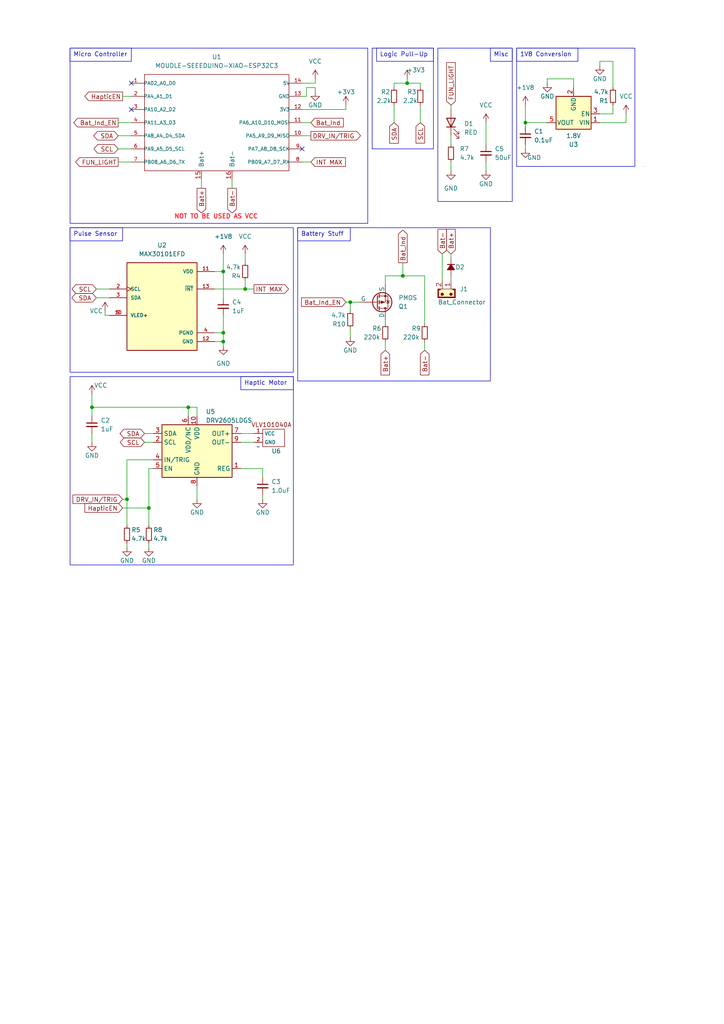
<source format=kicad_sch>
(kicad_sch (version 20230121) (generator eeschema)
  (paper "A4" portrait)
  (title_block (title "Bonsai Wearable Prototype") (date "2023-10-23") (rev "1") (company "Bonsai"))
  (lib_symbols
    (symbol "Custom_Symbols_Bonsai:VLV101040A"
      (property "Reference" "U6" (at 3.81 -1.27 0))
      (property "Value" "~" (at 0 0 0))
      (symbol "VLV101040A_0_1"
        (rectangle (start 1.27 5.08) (end 7.62 0))
      )
      (symbol "VLV101040A_1_0"
        (pin input line (at -1.27 3.81 0) (length 2.54) (name "VCC") (number "1"))
        (pin input line (at -1.27 1.27 0) (length 2.54) (name "GND") (number "2"))
      )
      (symbol "VLV101040A_1_1"
        (text "VLV101040A" (at 3.81 6.35 0) (effects (font (size 1.27 1.27))))
      )
    )
    (symbol "Device:C_Small" (pin_numbers hide) (pin_names (offset 0.254) hide)
      (property "Reference" "C" (at 0.254 1.778 0))
      (property "Value" "C_Small" (at 0.254 -2.032 0))
      (symbol "C_Small_0_1"
        (polyline (pts (xy -1.524 -0.508) (xy 1.524 -0.508)) (stroke (width 0.3302)))
        (polyline (pts (xy -1.524 0.508) (xy 1.524 0.508)) (stroke (width 0.3048)))
      )
      (symbol "C_Small_1_1"
        (pin passive line (at 0 2.54 270) (length 2.032) (name "~") (number "1"))
        (pin passive line (at 0 -2.54 90) (length 2.032) (name "~") (number "2"))
      )
    )
    (symbol "Device:D_Small_Filled" (pin_numbers hide) (pin_names (offset 0.254) hide)
      (property "Reference" "D2" (at 0 1.27 90))
      (symbol "D_Small_Filled_0_1"
        (polyline (pts (xy -0.762 -1.016) (xy -0.762 1.016)) (stroke (width 0.254)))
        (polyline (pts (xy -0.762 0) (xy 0.762 0)))
        (polyline (pts (xy 0.762 -1.016) (xy -0.762 0) (xy 0.762 1.016) (xy 0.762 -1.016)) (stroke (width 0.254)) (fill (type outline)))
      )
      (symbol "D_Small_Filled_1_1"
        (pin power_out line (at -2.54 0 0) (length 1.778) (name "K") (number "1"))
        (pin power_in line (at 2.54 0 180) (length 1.778) (name "A") (number "2"))
      )
    )
    (symbol "Device:LED" (pin_numbers hide) (pin_names (offset 1.016) hide)
      (property "Reference" "D" (at 0 2.54 0))
      (property "Value" "LED" (at 0 -2.54 0))
      (symbol "LED_0_1"
        (polyline (pts (xy -1.27 -1.27) (xy -1.27 1.27)) (stroke (width 0.254)))
        (polyline (pts (xy -1.27 0) (xy 1.27 0)))
        (polyline (pts (xy 1.27 -1.27) (xy 1.27 1.27) (xy -1.27 0) (xy 1.27 -1.27)) (stroke (width 0.254)))
        (polyline (pts (xy -3.048 -0.762) (xy -4.572 -2.286) (xy -3.81 -2.286) (xy -4.572 -2.286) (xy -4.572 -1.524)))
        (polyline (pts (xy -1.778 -0.762) (xy -3.302 -2.286) (xy -2.54 -2.286) (xy -3.302 -2.286) (xy -3.302 -1.524)))
      )
      (symbol "LED_1_1"
        (pin passive line (at -3.81 0 0) (length 2.54) (name "K") (number "1"))
        (pin passive line (at 3.81 0 180) (length 2.54) (name "A") (number "2"))
      )
    )
    (symbol "Device:R_Small" (pin_numbers hide) (pin_names (offset 0.254) hide)
      (property "Reference" "R" (at 0.762 0.508 0))
      (property "Value" "R_Small" (at 0.762 -1.016 0))
      (symbol "R_Small_0_1"
        (rectangle (start -0.762 1.778) (end 0.762 -1.778) (stroke (width 0.2032)))
      )
      (symbol "R_Small_1_1"
        (pin passive line (at 0 2.54 270) (length 0.762) (name "~") (number "1"))
        (pin passive line (at 0 -2.54 90) (length 0.762) (name "~") (number "2"))
      )
    )
    (symbol "Driver_Haptic:DRV2605LDGS"
      (property "Reference" "U" (at -10.16 8.255 0))
      (property "Value" "DRV2605LDGS" (at 2.54 -8.89 0))
      (symbol "DRV2605LDGS_0_1"
        (rectangle (start -10.16 7.62) (end 10.16 -7.62) (stroke (width 0.254)) (fill (type background)))
      )
      (symbol "DRV2605LDGS_1_1"
        (pin passive line (at 12.7 -5.08 180) (length 2.54) (name "REG") (number "1"))
        (pin power_in line (at 0 10.16 270) (length 2.54) (name "VDD") (number "10"))
        (pin input line (at -12.7 2.54 0) (length 2.54) (name "SCL") (number "2"))
        (pin bidirectional line (at -12.7 5.08 0) (length 2.54) (name "SDA") (number "3"))
        (pin input line (at -12.7 -2.54 0) (length 2.54) (name "IN/TRIG") (number "4"))
        (pin input line (at -12.7 -5.08 0) (length 2.54) (name "EN") (number "5"))
        (pin power_in line (at -2.54 10.16 270) (length 2.54) (name "VDD/NC") (number "6"))
        (pin output line (at 12.7 5.08 180) (length 2.54) (name "OUT+") (number "7"))
        (pin power_in line (at 0 -10.16 90) (length 2.54) (name "GND") (number "8"))
        (pin output line (at 12.7 2.54 180) (length 2.54) (name "OUT-") (number "9"))
      )
    )
    (symbol "MAX30101EFD:MAX30101EFD" (pin_names (offset 1.016))
      (property "Reference" "U2" (at 0 17.78 0))
      (property "Value" "MAX30101EFD" (at 0 15.24 0))
      (symbol "MAX30101EFD_0_0"
        (rectangle (start -10.16 -12.7) (end 10.16 12.7) (stroke (width 0.254)) (fill (type background)))
        (pin passive line (at -15.24 -2.54 0) (length 5.08) (name "VLED+") (number "10"))
        (pin power_in line (at 15.24 10.16 180) (length 5.08) (name "VDD") (number "11"))
        (pin power_in line (at 15.24 -10.16 180) (length 5.08) (name "GND") (number "12"))
        (pin output line (at 15.24 5.08 180) (length 5.08) (name "~{INT}") (number "13"))
        (pin input clock (at -15.24 5.08 0) (length 5.08) (name "SCL") (number "2"))
        (pin bidirectional line (at -15.24 2.54 0) (length 5.08) (name "SDA") (number "3"))
        (pin power_in line (at 15.24 -7.62 180) (length 5.08) (name "PGND") (number "4"))
        (pin passive line (at -15.24 -2.54 0) (length 5.08) (name "VLED+") (number "9"))
      )
    )
    (symbol "MOUDLE-SEEEDUINO-XIAO-ESP32C3:MOUDLE-SEEEDUINO-XIAO-ESP32C3" (pin_names (offset 1.016))
      (property "Reference" "U1" (at -0.635 19.05 0))
      (property "Value" "MOUDLE-SEEEDUINO-XIAO-ESP32C3" (at -0.635 16.51 0))
      (symbol "MOUDLE-SEEEDUINO-XIAO-ESP32C3_0_0"
        (polyline (pts (xy -21.59 -13.97) (xy -21.59 0)) (stroke (width 0.1524)))
        (polyline (pts (xy -21.59 -11.43) (xy -22.86 -11.43)) (stroke (width 0.1524)))
        (polyline (pts (xy -21.59 -7.62) (xy -22.86 -7.62)) (stroke (width 0.1524)))
        (polyline (pts (xy -21.59 -3.81) (xy -22.86 -3.81)) (stroke (width 0.1524)))
        (polyline (pts (xy -21.59 0) (xy -22.86 0)) (stroke (width 0.1524)))
        (polyline (pts (xy -21.59 0) (xy -21.59 3.81)) (stroke (width 0.1524)))
        (polyline (pts (xy -21.59 3.81) (xy -22.86 3.81)) (stroke (width 0.1524)))
        (polyline (pts (xy -21.59 3.81) (xy -21.59 7.62)) (stroke (width 0.1524)))
        (polyline (pts (xy -21.59 7.62) (xy -22.86 7.62)) (stroke (width 0.1524)))
        (polyline (pts (xy -21.59 7.62) (xy -21.59 11.43)) (stroke (width 0.1524)))
        (polyline (pts (xy -21.59 11.43) (xy -22.86 11.43)) (stroke (width 0.1524)))
        (polyline (pts (xy -21.59 11.43) (xy -21.59 13.97)) (stroke (width 0.1524)))
        (polyline (pts (xy -21.59 13.97) (xy 20.32 13.97)) (stroke (width 0.1524)))
        (polyline (pts (xy 20.32 -13.97) (xy -21.59 -13.97)) (stroke (width 0.1524)))
        (polyline (pts (xy 20.32 3.81) (xy 20.32 -13.97)) (stroke (width 0.1524)))
        (polyline (pts (xy 20.32 7.62) (xy 20.32 3.81)) (stroke (width 0.1524)))
        (polyline (pts (xy 20.32 11.43) (xy 20.32 7.62)) (stroke (width 0.1524)))
        (polyline (pts (xy 20.32 13.97) (xy 20.32 11.43)) (stroke (width 0.1524)))
        (polyline (pts (xy 21.59 -11.43) (xy 20.32 -11.43)) (stroke (width 0.1524)))
        (polyline (pts (xy 21.59 -7.62) (xy 20.32 -7.62)) (stroke (width 0.1524)))
        (polyline (pts (xy 21.59 -3.81) (xy 20.32 -3.81)) (stroke (width 0.1524)))
        (polyline (pts (xy 21.59 0) (xy 20.32 0)) (stroke (width 0.1524)))
        (polyline (pts (xy 21.59 3.81) (xy 20.32 3.81)) (stroke (width 0.1524)))
        (polyline (pts (xy 21.59 7.62) (xy 20.32 7.62)) (stroke (width 0.1524)))
        (polyline (pts (xy 21.59 11.43) (xy 20.32 11.43)) (stroke (width 0.1524)))
        (pin bidirectional line (at -25.4 11.43 0) (length 2.54) (name "PA02_A0_D0") (number "1"))
        (pin bidirectional line (at 24.13 -3.81 180) (length 2.54) (name "PA5_A9_D9_MISO") (number "10"))
        (pin bidirectional line (at 24.13 0 180) (length 2.54) (name "PA6_A10_D10_MOSI") (number "11"))
        (pin bidirectional line (at 24.13 11.43 180) (length 2.54) (name "5V") (number "14"))
        (pin bidirectional line (at -25.4 7.62 0) (length 2.54) (name "PA4_A1_D1") (number "2"))
        (pin bidirectional line (at -25.4 3.81 0) (length 2.54) (name "PA10_A2_D2") (number "3"))
        (pin bidirectional line (at -25.4 0 0) (length 2.54) (name "PA11_A3_D3") (number "4"))
        (pin bidirectional line (at -25.4 -3.81 0) (length 2.54) (name "PA8_A4_D4_SDA") (number "5"))
        (pin bidirectional line (at -25.4 -7.62 0) (length 2.54) (name "PA9_A5_D5_SCL") (number "6"))
        (pin bidirectional line (at -25.4 -11.43 0) (length 2.54) (name "PB08_A6_D6_TX") (number "7"))
        (pin bidirectional line (at 24.13 -11.43 180) (length 2.54) (name "PB09_A7_D7_RX") (number "8"))
        (pin bidirectional line (at 24.13 -7.62 180) (length 2.54) (name "PA7_A8_D8_SCK") (number "9"))
      )
      (symbol "MOUDLE-SEEEDUINO-XIAO-ESP32C3_1_0"
        (pin output line (at 24.13 3.81 180) (length 2.54) (name "3V3") (number "12"))
        (pin power_in line (at 24.13 7.62 180) (length 2.54) (name "GND") (number "13"))
      )
      (symbol "MOUDLE-SEEEDUINO-XIAO-ESP32C3_1_1"
        (pin power_in line (at -5.08 -16.51 90) (length 2.54) (name "Bat+") (number "15"))
        (pin power_in line (at 3.81 -16.51 90) (length 2.54) (name "Bat-") (number "16"))
      )
    )
    (symbol "PCM_SL_Connectors:JST_02"
      (property "Reference" "J1" (at -1.27 3.81 90))
      (property "Value" "Bat_Connector" (at 2.54 -2.54 90))
      (symbol "JST_02_0_1"
        (rectangle (start -1.27 2.54) (end 1.27 -2.54) (fill (type background)))
        (polyline (pts (xy -1.27 -1.778) (xy -1.27 -2.54) (xy 1.27 -2.54) (xy 1.27 -1.778) (xy 1.016 -1.778) (xy 1.016 -2.286) (xy -1.016 -2.286) (xy -1.016 -1.778) (xy -1.27 -1.778)) (fill (type outline)))
        (polyline (pts (xy 1.27 1.778) (xy 1.27 2.54) (xy -1.27 2.54) (xy -1.27 1.778) (xy -1.016 1.778) (xy -1.016 2.286) (xy 1.016 2.286) (xy 1.016 1.778) (xy 1.27 1.778)) (fill (type outline)))
        (circle (center 0.254 -1.27) (radius 0.381) (fill (type outline)))
        (circle (center 0.254 1.27) (radius 0.381) (fill (type outline)))
        (rectangle (start 1.016 1.778) (end 1.27 -1.778) (fill (type outline)))
      )
      (symbol "JST_02_1_1"
        (pin power_out line (at -3.81 1.27 0) (length 2.54) (name "") (number "1"))
        (pin power_out line (at -3.81 -1.27 0) (length 2.54) (name "") (number "2"))
      )
    )
    (symbol "Regulator_Linear:AP2204K-1.8" (pin_names (offset 0.254))
      (property "Reference" "U" (at -5.08 5.715 0))
      (property "Value" "AP2204K-1.8" (at 0 5.715 0))
      (symbol "AP2204K-1.8_0_1"
        (rectangle (start -5.08 4.445) (end 5.08 -5.08) (stroke (width 0.254)) (fill (type background)))
      )
      (symbol "AP2204K-1.8_1_1"
        (pin power_in line (at -7.62 2.54 0) (length 2.54) (name "VIN") (number "1"))
        (pin power_in line (at 0 -7.62 90) (length 2.54) (name "GND") (number "2"))
        (pin input line (at -7.62 0 0) (length 2.54) (name "EN") (number "3"))
        (pin no_connect line (at 5.08 0 180) (length 2.54) hide (name "NC") (number "4"))
        (pin power_out line (at 7.62 2.54 180) (length 2.54) (name "VOUT") (number "5"))
      )
    )
    (symbol "Simulation_SPICE:PMOS" (pin_numbers hide) (pin_names (offset 0))
      (property "Reference" "Q" (at 5.08 1.27 0))
      (property "Value" "PMOS" (at 5.08 -1.27 0))
      (symbol "PMOS_0_1"
        (polyline (pts (xy 0.254 0) (xy -2.54 0)))
        (polyline (pts (xy 0.254 1.905) (xy 0.254 -1.905)) (stroke (width 0.254)))
        (polyline (pts (xy 0.762 -1.27) (xy 0.762 -2.286)) (stroke (width 0.254)))
        (polyline (pts (xy 0.762 0.508) (xy 0.762 -0.508)) (stroke (width 0.254)))
        (polyline (pts (xy 0.762 2.286) (xy 0.762 1.27)) (stroke (width 0.254)))
        (polyline (pts (xy 2.54 2.54) (xy 2.54 1.778)))
        (polyline (pts (xy 2.54 -2.54) (xy 2.54 0) (xy 0.762 0)))
        (polyline (pts (xy 0.762 1.778) (xy 3.302 1.778) (xy 3.302 -1.778) (xy 0.762 -1.778)))
        (polyline (pts (xy 2.286 0) (xy 1.27 0.381) (xy 1.27 -0.381) (xy 2.286 0)) (fill (type outline)))
        (polyline (pts (xy 2.794 -0.508) (xy 2.921 -0.381) (xy 3.683 -0.381) (xy 3.81 -0.254)))
        (polyline (pts (xy 3.302 -0.381) (xy 2.921 0.254) (xy 3.683 0.254) (xy 3.302 -0.381)))
        (circle (center 1.651 0) (radius 2.794) (stroke (width 0.254)))
        (circle (center 2.54 -1.778) (radius 0.254) (fill (type outline)))
        (circle (center 2.54 1.778) (radius 0.254) (fill (type outline)))
      )
      (symbol "PMOS_1_1"
        (pin passive line (at 2.54 5.08 270) (length 2.54) (name "D") (number "1"))
        (pin input line (at -5.08 0 0) (length 2.54) (name "G") (number "2"))
        (pin passive line (at 2.54 -5.08 90) (length 2.54) (name "S") (number "3"))
      )
    )
    (symbol "power:+1V8" (power) (pin_names (offset 0))
      (property "Value" "+1V8" (at 0 3.556 0))
      (symbol "+1V8_0_1"
        (polyline (pts (xy -0.762 1.27) (xy 0 2.54)))
        (polyline (pts (xy 0 0) (xy 0 2.54)))
        (polyline (pts (xy 0 2.54) (xy 0.762 1.27)))
      )
      (symbol "+1V8_1_1"
        (pin power_in line (at 0 0 90) (length 0) hide (name "+1V8") (number "1"))
      )
    )
    (symbol "power:+3V3" (power) (pin_names (offset 0))
      (property "Value" "+3V3" (at 0 3.556 0))
      (symbol "+3V3_0_1"
        (polyline (pts (xy -0.762 1.27) (xy 0 2.54)))
        (polyline (pts (xy 0 0) (xy 0 2.54)))
        (polyline (pts (xy 0 2.54) (xy 0.762 1.27)))
      )
      (symbol "+3V3_1_1"
        (pin power_in line (at 0 0 90) (length 0) hide (name "+3V3") (number "1"))
      )
    )
    (symbol "power:GND" (power) (pin_names (offset 0))
      (property "Value" "GND" (at 0 -3.81 0))
      (symbol "GND_0_1"
        (polyline (pts (xy 0 0) (xy 0 -1.27) (xy 1.27 -1.27) (xy 0 -2.54) (xy -1.27 -1.27) (xy 0 -1.27)))
      )
      (symbol "GND_1_1"
        (pin power_in line (at 0 0 270) (length 0) hide (name "GND") (number "1"))
      )
    )
    (symbol "power:VCC" (power) (pin_names (offset 0))
      (property "Value" "VCC" (at 0 3.81 0))
      (symbol "VCC_0_1"
        (polyline (pts (xy -0.762 1.27) (xy 0 2.54)))
        (polyline (pts (xy 0 0) (xy 0 2.54)))
        (polyline (pts (xy 0 2.54) (xy 0.762 1.27)))
      )
      (symbol "VCC_1_1"
        (pin power_in line (at 0 0 90) (length 0) hide (name "VCC") (number "1"))
      )
    )
  )
  (junction (at 101.6 87.63))
  (junction (at 116.84 80.01))
  (junction (at 26.67 118.11))
  (junction (at 64.77 99.06))
  (junction (at 118.11 24.13))
  (junction (at 71.12 83.82))
  (junction (at 152.4 35.56))
  (junction (at 54.61 118.11))
  (junction (at 36.83 144.78))
  (junction (at 64.77 78.74))
  (junction (at 64.77 96.52))
  (junction (at 43.18 147.32))
  (no_connect (at 87.63 43.18))
  (no_connect (at 38.1 31.75))
  (no_connect (at 38.1 24.13))
  (wire (pts (xy 71.12 73.66) (xy 71.12 76.2)))
  (wire (pts (xy 101.6 95.25) (xy 101.6 97.79)))
  (wire (pts (xy 41.91 125.73) (xy 44.45 125.73)))
  (wire (pts (xy 101.6 87.63) (xy 104.14 87.63)))
  (wire (pts (xy 118.11 24.13) (xy 121.92 24.13)))
  (wire (pts (xy 121.92 25.4) (xy 121.92 24.13)))
  (wire (pts (xy 118.11 22.86) (xy 118.11 24.13)))
  (wire (pts (xy 87.63 39.37) (xy 90.17 39.37)))
  (wire (pts (xy 88.9 27.94) (xy 87.63 27.94)))
  (wire (pts (xy 114.3 24.13) (xy 118.11 24.13)))
  (wire (pts (xy 130.81 80.01) (xy 130.81 81.28)))
  (wire (pts (xy 27.94 86.36) (xy 31.75 86.36)))
  (wire (pts (xy 123.19 80.01) (xy 123.19 93.98)))
  (wire (pts (xy 62.23 78.74) (xy 64.77 78.74)))
  (wire (pts (xy 36.83 157.48) (xy 36.83 158.75)))
  (wire (pts (xy 36.83 133.35) (xy 36.83 144.78)))
  (wire (pts (xy 41.91 128.27) (xy 44.45 128.27)))
  (wire (pts (xy 64.77 78.74) (xy 64.77 86.36)))
  (wire (pts (xy 100.33 87.63) (xy 101.6 87.63)))
  (wire (pts (xy 34.29 35.56) (xy 38.1 35.56)))
  (wire (pts (xy 57.15 140.97) (xy 57.15 144.78)))
  (wire (pts (xy 173.99 33.02) (xy 177.8 33.02)))
  (wire (pts (xy 76.2 135.89) (xy 69.85 135.89)))
  (wire (pts (xy 177.8 17.78) (xy 173.99 17.78)))
  (wire (pts (xy 76.2 138.43) (xy 76.2 135.89)))
  (wire (pts (xy 87.63 46.99) (xy 90.17 46.99)))
  (wire (pts (xy 114.3 24.13) (xy 114.3 25.4)))
  (wire (pts (xy 64.77 78.74) (xy 64.77 73.66)))
  (wire (pts (xy 130.81 73.66) (xy 130.81 74.93)))
  (wire (pts (xy 36.83 133.35) (xy 44.45 133.35)))
  (wire (pts (xy 27.94 83.82) (xy 31.75 83.82)))
  (wire (pts (xy 54.61 118.11) (xy 54.61 120.65)))
  (wire (pts (xy 123.19 99.06) (xy 123.19 101.6)))
  (wire (pts (xy 62.23 96.52) (xy 64.77 96.52)))
  (wire (pts (xy 54.61 118.11) (xy 57.15 118.11)))
  (wire (pts (xy 69.85 125.73) (xy 73.66 125.73)))
  (wire (pts (xy 111.76 92.71) (xy 111.76 93.98)))
  (wire (pts (xy 43.18 147.32) (xy 43.18 152.4)))
  (wire (pts (xy 173.99 35.56) (xy 181.61 35.56)))
  (wire (pts (xy 158.75 22.86) (xy 158.75 24.13)))
  (wire (pts (xy 91.44 25.4) (xy 91.44 26.67)))
  (wire (pts (xy 152.4 36.83) (xy 152.4 35.56)))
  (wire (pts (xy 128.27 73.66) (xy 128.27 81.28)))
  (wire (pts (xy 130.81 39.37) (xy 130.81 41.91)))
  (wire (pts (xy 166.37 22.86) (xy 166.37 25.4)))
  (wire (pts (xy 34.29 43.18) (xy 38.1 43.18)))
  (wire (pts (xy 30.48 90.17) (xy 30.48 91.44)))
  (wire (pts (xy 34.29 39.37) (xy 38.1 39.37)))
  (wire (pts (xy 35.56 144.78) (xy 36.83 144.78)))
  (wire (pts (xy 62.23 83.82) (xy 71.12 83.82)))
  (wire (pts (xy 30.48 91.44) (xy 31.75 91.44)))
  (wire (pts (xy 91.44 25.4) (xy 88.9 25.4)))
  (wire (pts (xy 91.44 24.13) (xy 91.44 22.86)))
  (wire (pts (xy 71.12 81.28) (xy 71.12 83.82)))
  (wire (pts (xy 152.4 35.56) (xy 158.75 35.56)))
  (wire (pts (xy 114.3 30.48) (xy 114.3 35.56)))
  (wire (pts (xy 87.63 24.13) (xy 91.44 24.13)))
  (wire (pts (xy 140.97 46.99) (xy 140.97 49.53)))
  (wire (pts (xy 64.77 96.52) (xy 64.77 99.06)))
  (wire (pts (xy 100.33 31.75) (xy 100.33 30.48)))
  (wire (pts (xy 76.2 143.51) (xy 76.2 144.78)))
  (wire (pts (xy 158.75 22.86) (xy 166.37 22.86)))
  (wire (pts (xy 173.99 17.78) (xy 173.99 19.05)))
  (wire (pts (xy 64.77 99.06) (xy 64.77 100.33)))
  (wire (pts (xy 34.29 46.99) (xy 38.1 46.99)))
  (wire (pts (xy 152.4 41.91) (xy 152.4 43.18)))
  (wire (pts (xy 123.19 80.01) (xy 116.84 80.01)))
  (wire (pts (xy 57.15 118.11) (xy 57.15 120.65)))
  (wire (pts (xy 177.8 33.02) (xy 177.8 30.48)))
  (wire (pts (xy 43.18 147.32) (xy 35.56 147.32)))
  (wire (pts (xy 140.97 35.56) (xy 140.97 41.91)))
  (wire (pts (xy 43.18 135.89) (xy 43.18 147.32)))
  (wire (pts (xy 87.63 35.56) (xy 90.17 35.56)))
  (wire (pts (xy 43.18 157.48) (xy 43.18 158.75)))
  (wire (pts (xy 101.6 87.63) (xy 101.6 90.17)))
  (wire (pts (xy 26.67 118.11) (xy 54.61 118.11)))
  (wire (pts (xy 111.76 80.01) (xy 111.76 82.55)))
  (wire (pts (xy 111.76 99.06) (xy 111.76 101.6)))
  (wire (pts (xy 130.81 46.99) (xy 130.81 49.53)))
  (wire (pts (xy 36.83 144.78) (xy 36.83 152.4)))
  (wire (pts (xy 130.81 30.48) (xy 130.81 31.75)))
  (wire (pts (xy 152.4 35.56) (xy 152.4 30.48)))
  (wire (pts (xy 116.84 80.01) (xy 116.84 76.2)))
  (wire (pts (xy 121.92 30.48) (xy 121.92 35.56)))
  (wire (pts (xy 69.85 128.27) (xy 73.66 128.27)))
  (wire (pts (xy 87.63 31.75) (xy 100.33 31.75)))
  (wire (pts (xy 58.42 52.07) (xy 58.42 54.61)))
  (wire (pts (xy 26.67 125.73) (xy 26.67 128.27)))
  (wire (pts (xy 62.23 99.06) (xy 64.77 99.06)))
  (wire (pts (xy 111.76 80.01) (xy 116.84 80.01)))
  (wire (pts (xy 35.56 27.94) (xy 38.1 27.94)))
  (wire (pts (xy 26.67 118.11) (xy 26.67 120.65)))
  (wire (pts (xy 26.67 114.3) (xy 26.67 118.11)))
  (wire (pts (xy 43.18 135.89) (xy 44.45 135.89)))
  (wire (pts (xy 88.9 25.4) (xy 88.9 27.94)))
  (wire (pts (xy 64.77 91.44) (xy 64.77 96.52)))
  (wire (pts (xy 181.61 33.02) (xy 181.61 35.56)))
  (wire (pts (xy 177.8 17.78) (xy 177.8 25.4)))
  (wire (pts (xy 71.12 83.82) (xy 73.66 83.82)))
  (wire (pts (xy 67.31 52.07) (xy 67.31 54.61)))
  (rectangle (start 127 13.97) (end 148.59 58.42))
  (rectangle (start 20.32 109.22) (end 85.09 163.83))
  (rectangle (start 20.32 66.04) (end 85.09 107.95))
  (rectangle (start 86.36 66.04) (end 142.24 110.49))
  (rectangle (start 20.32 13.97) (end 106.68 64.77))
  (rectangle (start 149.86 13.97) (end 184.15 48.26))
  (rectangle (start 107.95 13.97) (end 125.73 43.18))
  (rectangle (start 186.69 48.26) (end 186.69 48.26))
  (text_box "NOT TO BE USED AS VCC" (at 49.53 60.96 0) (size 27.94 3.81) (stroke (width -0.0001)) (effects (font (size 1.27 1.27) (thickness 0.254) bold) (justify left top)))
  (text_box "Pulse Sensor" (at 20.32 66.04 0) (size 15.24 3.81) (effects (font (size 1.27 1.27)) (justify left top)))
  (text_box "Haptic Motor" (at 69.85 109.22 0) (size 15.24 3.81) (effects (font (size 1.27 1.27)) (justify left top)))
  (text_box "Logic Pull-Up" (at 109.22 13.97 0) (size 16.51 3.81) (effects (font (size 1.27 1.27)) (justify left top)))
  (text_box "Misc" (at 142.24 13.97 0) (size 6.35 3.81) (effects (font (size 1.27 1.27)) (justify left top)))
  (text_box "Micro Controller" (at 20.32 13.97 0) (size 17.78 3.81) (effects (font (size 1.27 1.27)) (justify left top)))
  (text_box "Battery Stuff" (at 86.36 66.04 0) (size 15.24 3.81) (effects (font (size 1.27 1.27)) (justify left top)))
  (text_box "1V8 Conversion" (at 149.86 13.97 0) (size 17.78 3.81) (effects (font (size 1.27 1.27)) (justify left top)))
  (global_label "SDA" (shape bidirectional) (at 27.94 86.36 180) (property "Intersheetrefs" "${INTERSHEET_REFS}" (effects hide)))
  (global_label "INT MAX" (shape input) (at 90.17 46.99 0) (property "Intersheetrefs" "${INTERSHEET_REFS}" (effects hide)))
  (global_label "FUN_LIGHT" (shape input) (at 130.81 30.48 90) (property "Intersheetrefs" "${INTERSHEET_REFS}" (effects hide)))
  (global_label "INT MAX" (shape output) (at 73.66 83.82 0) (property "Intersheetrefs" "${INTERSHEET_REFS}" (effects hide)))
  (global_label "SDA" (shape bidirectional) (at 34.29 39.37 180) (property "Intersheetrefs" "${INTERSHEET_REFS}" (effects hide)))
  (global_label "HapticEN" (shape output) (at 35.56 27.94 180) (property "Intersheetrefs" "${INTERSHEET_REFS}" (effects hide)))
  (global_label "Bat-" (shape input) (at 123.19 101.6 270) (property "Intersheetrefs" "${INTERSHEET_REFS}" (effects hide)))
  (global_label "Bat+" (shape input) (at 130.81 73.66 90) (property "Intersheetrefs" "${INTERSHEET_REFS}" (effects hide)))
  (global_label "DRV_IN{slash}TRIG" (shape input) (at 35.56 144.78 180) (property "Intersheetrefs" "${INTERSHEET_REFS}" (effects hide)))
  (global_label "SCL" (shape bidirectional) (at 27.94 83.82 180) (property "Intersheetrefs" "${INTERSHEET_REFS}" (effects hide)))
  (global_label "Bat_Ind_EN" (shape output) (at 34.29 35.56 180) (property "Intersheetrefs" "${INTERSHEET_REFS}" (effects hide)))
  (global_label "SCL" (shape input) (at 121.92 35.56 270) (property "Intersheetrefs" "${INTERSHEET_REFS}" (effects hide)))
  (global_label "FUN_LIGHT" (shape output) (at 34.29 46.99 180) (property "Intersheetrefs" "${INTERSHEET_REFS}" (effects hide)))
  (global_label "Bat-" (shape output) (at 67.31 54.61 270) (property "Intersheetrefs" "${INTERSHEET_REFS}" (effects hide)))
  (global_label "Bat+" (shape input) (at 111.76 101.6 270) (property "Intersheetrefs" "${INTERSHEET_REFS}" (effects hide)))
  (global_label "Bat+" (shape output) (at 58.42 54.61 270) (property "Intersheetrefs" "${INTERSHEET_REFS}" (effects hide)))
  (global_label "SCL" (shape bidirectional) (at 41.91 128.27 180) (property "Intersheetrefs" "${INTERSHEET_REFS}" (effects hide)))
  (global_label "Bat_Ind_EN" (shape input) (at 100.33 87.63 180) (property "Intersheetrefs" "${INTERSHEET_REFS}" (effects hide)))
  (global_label "Bat_Ind" (shape input) (at 90.17 35.56 0) (property "Intersheetrefs" "${INTERSHEET_REFS}" (effects hide)))
  (global_label "SDA" (shape bidirectional) (at 41.91 125.73 180) (property "Intersheetrefs" "${INTERSHEET_REFS}" (effects hide)))
  (global_label "Bat-" (shape input) (at 128.27 73.66 90) (property "Intersheetrefs" "${INTERSHEET_REFS}" (effects hide)))
  (global_label "Bat_Ind" (shape output) (at 116.84 76.2 90) (property "Intersheetrefs" "${INTERSHEET_REFS}" (effects hide)))
  (global_label "HapticEN" (shape input) (at 35.56 147.32 180) (property "Intersheetrefs" "${INTERSHEET_REFS}" (effects hide)))
  (global_label "SDA" (shape input) (at 114.3 35.56 270) (property "Intersheetrefs" "${INTERSHEET_REFS}" (effects hide)))
  (global_label "SCL" (shape bidirectional) (at 34.29 43.18 180) (property "Intersheetrefs" "${INTERSHEET_REFS}" (effects hide)))
  (global_label "DRV_IN{slash}TRIG" (shape output) (at 90.17 39.37 0) (property "Intersheetrefs" "${INTERSHEET_REFS}" (effects hide)))
  (symbol (lib_id "Simulation_SPICE:PMOS") (at 109.22 87.63 0) (mirror x) (unit 1)
    (property "Reference" "Q1" (at 115.57 88.9 0) (effects (justify left)))
    (property "Value" "PMOS" (at 115.57 86.36 0) (effects (justify left)))
    (property "Datasheet" "https://ngspice.sourceforge.io/docs/ngspice-manual.pdf" (effects hide))
    (property "Sim.Device" "PMOS" (effects hide))
    (property "Sim.Type" "VDMOS" (effects hide))
    (property "Sim.Pins" "1=D 2=G 3=S" (effects hide))
  )
  (symbol (lib_id "Device:C_Small") (at 26.67 123.19 0) (unit 1)
    (property "Reference" "C2" (at 29.21 121.92 0) (effects (justify left)))
    (property "Value" "1uF" (at 29.21 124.46 0) (effects (justify left)))
    (property "Footprint" "Capacitor_SMD:C_0805_2012Metric_Pad1.18x1.45mm_HandSolder" (effects hide))
  )
  (symbol (lib_id "Device:R_Small") (at 121.92 27.94 180) (unit 1)
    (property "Reference" "R3" (at 118.11 26.67 0) (effects (justify right)))
    (property "Value" "2.2k" (at 116.84 29.21 0) (effects (justify right)))
    (property "Footprint" "Resistor_SMD:R_0603_1608Metric_Pad0.98x0.95mm_HandSolder" (effects hide))
  )
  (symbol (lib_id "power:VCC") (at 91.44 22.86 0) (unit 1)
    (property "Reference" "#PWR015" (effects hide))
    (property "Value" "VCC" (at 91.44 17.78 0))
  )
  (symbol (lib_id "power:+1V8") (at 152.4 30.48 0) (unit 1)
    (property "Reference" "#PWR013" (effects hide))
    (property "Value" "+1V8" (at 152.4 25.4 0))
  )
  (symbol (lib_id "Device:R_Small") (at 123.19 96.52 180) (unit 1)
    (property "Reference" "R9" (at 119.38 95.25 0) (effects (justify right)))
    (property "Value" "220k" (at 116.84 97.79 0) (effects (justify right)))
    (property "Footprint" "Resistor_SMD:R_0603_1608Metric_Pad0.98x0.95mm_HandSolder" (effects hide))
  )
  (symbol (lib_id "Regulator_Linear:AP2204K-1.8") (at 166.37 33.02 180) (unit 1)
    (property "Reference" "U3" (at 166.37 41.91 0))
    (property "Value" "1.8V" (at 166.37 39.37 0))
    (property "Footprint" "Package_TO_SOT_SMD:SOT-23-5" (effects hide))
    (property "Datasheet" "https://www.diodes.com/assets/Datasheets/AP2204.pdf" (effects hide))
    (property "MP" "MIC5365-1.8YC5-TR" (effects hide))
  )
  (symbol (lib_id "PCM_SL_Connectors:JST_02") (at 129.54 85.09 270) (unit 1)
    (property "Reference" "J1" (at 133.35 83.82 90) (effects (justify left)))
    (property "Value" "Bat_Connector" (at 127 87.63 90) (effects (justify left)))
    (property "Footprint" "Connector_JST:JST_SH_SM02B-SRSS-TB_1x02-1MP_P1.00mm_Horizontal" (effects hide))
  )
  (symbol (lib_id "Device:LED") (at 130.81 35.56 90) (unit 1)
    (property "Reference" "D1" (at 134.62 35.8775 90) (effects (justify right)))
    (property "Value" "RED" (at 134.62 38.4175 90) (effects (justify right)))
    (property "Footprint" "LED_SMD:LED_0603_1608Metric_Pad1.05x0.95mm_HandSolder" (effects hide))
  )
  (symbol (lib_id "power:+3V3") (at 118.11 22.86 0) (unit 1)
    (property "Reference" "#PWR01" (effects hide))
    (property "Value" "+3V3" (at 120.65 20.32 0))
  )
  (symbol (lib_id "power:+1V8") (at 64.77 73.66 0) (unit 1)
    (property "Reference" "#PWR010" (effects hide))
    (property "Value" "+1V8" (at 64.77 68.58 0))
  )
  (symbol (lib_id "Custom_Symbols_Bonsai:VLV101040A") (at 74.93 129.54 0) (unit 1)
    (property "Reference" "U6" (at 78.74 130.81 0) (effects (justify left)))
    (property "Value" "~" (at 74.93 129.54 0))
    (property "Footprint" "BonsaiFootPrintLib:VLV101040A" (effects hide))
  )
  (symbol (lib_id "Device:D_Small_Filled") (at 130.81 77.47 270) (unit 1)
    (property "Reference" "D2" (at 132.08 77.47 90) (effects (justify left)))
    (property "Value" "D_Small_Filled" (effects hide))
    (property "Footprint" "Diode_SMD:D_0603_1608Metric_Pad1.05x0.95mm_HandSolder" (effects hide))
    (property "Sim.Device" "D" (effects hide))
    (property "Sim.Pins" "1=K 2=A" (effects hide))
  )
  (symbol (lib_id "Device:R_Small") (at 43.18 154.94 0) (unit 1)
    (property "Reference" "R8" (at 44.45 153.67 0) (effects (justify left)))
    (property "Value" "4.7k" (at 44.45 156.21 0) (effects (justify left)))
    (property "Footprint" "Resistor_SMD:R_0603_1608Metric_Pad0.98x0.95mm_HandSolder" (effects hide))
  )
  (symbol (lib_id "Device:R_Small") (at 114.3 27.94 180) (unit 1)
    (property "Reference" "R2" (at 110.49 26.67 0) (effects (justify right)))
    (property "Value" "2.2k" (at 109.22 29.21 0) (effects (justify right)))
    (property "Footprint" "Resistor_SMD:R_0603_1608Metric_Pad0.98x0.95mm_HandSolder" (effects hide))
  )
  (symbol (lib_id "power:GND") (at 152.4 43.18 0) (unit 1)
    (property "Reference" "#PWR02" (effects hide))
    (property "Value" "GND" (at 154.94 45.72 0))
  )
  (symbol (lib_id "Device:R_Small") (at 177.8 27.94 180) (unit 1)
    (property "Reference" "R1" (at 176.53 29.21 0) (effects (justify left)))
    (property "Value" "4.7k" (at 176.53 26.67 0) (effects (justify left)))
    (property "Footprint" "Resistor_SMD:R_0603_1608Metric_Pad0.98x0.95mm_HandSolder" (effects hide))
  )
  (symbol (lib_id "Device:C_Small") (at 64.77 88.9 0) (unit 1)
    (property "Reference" "C4" (at 67.31 87.63 0) (effects (justify left)))
    (property "Value" "1uF" (at 67.31 90.17 0) (effects (justify left)))
    (property "Footprint" "Capacitor_SMD:C_0805_2012Metric_Pad1.18x1.45mm_HandSolder" (effects hide))
  )
  (symbol (lib_id "Device:C_Small") (at 76.2 140.97 0) (unit 1)
    (property "Reference" "C3" (at 78.74 139.7063 0) (effects (justify left)))
    (property "Value" "1.0uF" (at 78.74 142.2463 0) (effects (justify left)))
    (property "Footprint" "Capacitor_SMD:C_0603_1608Metric_Pad1.08x0.95mm_HandSolder" (effects hide))
  )
  (symbol (lib_id "power:GND") (at 36.83 158.75 0) (unit 1)
    (property "Reference" "#PWR016" (effects hide))
    (property "Value" "GND" (at 36.83 162.56 0))
  )
  (symbol (lib_id "power:VCC") (at 30.48 90.17 0) (unit 1)
    (property "Reference" "#PWR03" (effects hide))
    (property "Value" "VCC" (at 27.94 90.17 0))
  )
  (symbol (lib_id "power:GND") (at 158.75 24.13 0) (unit 1)
    (property "Reference" "#PWR024" (effects hide))
    (property "Value" "GND" (at 158.75 27.94 0))
  )
  (symbol (lib_id "power:GND") (at 57.15 144.78 0) (unit 1)
    (property "Reference" "#PWR014" (effects hide))
    (property "Value" "GND" (at 57.15 148.59 0))
  )
  (symbol (lib_id "power:GND") (at 64.77 100.33 0) (unit 1)
    (property "Reference" "#PWR05" (effects hide))
    (property "Value" "GND" (at 64.77 105.41 0))
  )
  (symbol (lib_id "power:GND") (at 26.67 128.27 0) (unit 1)
    (property "Reference" "#PWR07" (effects hide))
    (property "Value" "GND" (at 26.67 132.08 0))
  )
  (symbol (lib_id "power:GND") (at 140.97 49.53 0) (unit 1)
    (property "Reference" "#PWR021" (effects hide))
    (property "Value" "GND" (at 140.97 53.34 0))
  )
  (symbol (lib_id "Device:C_Small") (at 152.4 39.37 0) (unit 1)
    (property "Reference" "C1" (at 154.94 38.1063 0) (effects (justify left)))
    (property "Value" "0.1uF" (at 154.94 40.6463 0) (effects (justify left)))
    (property "Footprint" "Capacitor_SMD:C_0603_1608Metric_Pad1.08x0.95mm_HandSolder" (effects hide))
  )
  (symbol (lib_id "power:GND") (at 91.44 26.67 0) (unit 1)
    (property "Reference" "#PWR017" (effects hide))
    (property "Value" "GND" (at 91.44 30.48 0))
  )
  (symbol (lib_id "power:+3V3") (at 100.33 30.48 0) (unit 1)
    (property "Reference" "#PWR011" (effects hide))
    (property "Value" "+3V3" (at 100.33 26.67 0))
  )
  (symbol (lib_id "MAX30101EFD:MAX30101EFD") (at 46.99 88.9 0) (unit 1)
    (property "Reference" "U2" (at 46.99 71.12 0))
    (property "Value" "MAX30101EFD" (at 46.99 73.66 0))
    (property "Footprint" "MAX30101EFD:PSON80P560X330X165-14N" (effects hide))
    (property "MF" "Analog Devices" (effects hide))
    (property "Description" "\nHigh-Sensitivity Pulse Oximeter and Heart-Rate Sensor for Wearable Health\n" (effects hide))
    (property "Package" "OLGA-14 Maxim" (effects hide))
    (property "Price" "None" (effects hide))
    (property "Check_prices" "https://www.snapeda.com/parts/MAX30101EFD+T/Analog+Devices/view-part/?ref=eda" (effects hide))
    (property "STANDARD" "IPC7351B" (effects hide))
    (property "PARTREV" "2" (effects hide))
    (property "SnapEDA_Link" "https://www.snapeda.com/parts/MAX30101EFD+T/Analog+Devices/view-part/?ref=snap" (effects hide))
    (property "MP" "MAX30101EFD+T" (effects hide))
    (property "Purchase-URL" "https://www.snapeda.com/api/url_track_click_mouser/?unipart_id=585173&manufacturer=Analog Devices&part_name=MAX30101EFD+T&search_term=None" (effects hide))
    (property "Availability" "In Stock" (effects hide))
    (property "MANUFACTURER" "Maxim Integrated" (effects hide))
  )
  (symbol (lib_id "power:GND") (at 130.81 49.53 0) (unit 1)
    (property "Reference" "#PWR019" (effects hide))
    (property "Value" "GND" (at 130.81 54.61 0))
  )
  (symbol (lib_id "Device:C_Small") (at 140.97 44.45 0) (unit 1)
    (property "Reference" "C5" (at 143.51 43.18 0) (effects (justify left)))
    (property "Value" "50uF" (at 143.51 45.72 0) (effects (justify left)))
    (property "Footprint" "Capacitor_SMD:C_0805_2012Metric_Pad1.18x1.45mm_HandSolder" (effects hide))
  )
  (symbol (lib_id "power:GND") (at 76.2 144.78 0) (unit 1)
    (property "Reference" "#PWR012" (effects hide))
    (property "Value" "GND" (at 76.2 148.59 0))
  )
  (symbol (lib_id "Driver_Haptic:DRV2605LDGS") (at 57.15 130.81 0) (unit 1)
    (property "Reference" "U5" (at 59.69 119.38 0) (effects (justify left)))
    (property "Value" "DRV2605LDGS" (at 59.69 121.92 0) (effects (justify left)))
    (property "Footprint" "Package_SO:VSSOP-10_3x3mm_P0.5mm" (effects hide))
    (property "Datasheet" "http://www.ti.com/lit/ds/symlink/drv2605l.pdf" (effects hide))
  )
  (symbol (lib_id "Device:R_Small") (at 36.83 154.94 0) (unit 1)
    (property "Reference" "R5" (at 38.1 153.67 0) (effects (justify left)))
    (property "Value" "4.7k" (at 38.1 156.21 0) (effects (justify left)))
    (property "Footprint" "Resistor_SMD:R_0603_1608Metric_Pad0.98x0.95mm_HandSolder" (effects hide))
  )
  (symbol (lib_id "Device:R_Small") (at 130.81 44.45 0) (unit 1)
    (property "Reference" "R7" (at 133.35 43.18 0) (effects (justify left)))
    (property "Value" "4.7k" (at 133.35 45.72 0) (effects (justify left)))
    (property "Footprint" "Resistor_SMD:R_0603_1608Metric_Pad0.98x0.95mm_HandSolder" (effects hide))
  )
  (symbol (lib_id "power:GND") (at 43.18 158.75 0) (unit 1)
    (property "Reference" "#PWR022" (effects hide))
    (property "Value" "GND" (at 43.18 162.56 0))
  )
  (symbol (lib_id "Device:R_Small") (at 111.76 96.52 180) (unit 1)
    (property "Reference" "R6" (at 107.95 95.25 0) (effects (justify right)))
    (property "Value" "220k" (at 105.41 97.79 0) (effects (justify right)))
    (property "Footprint" "Resistor_SMD:R_0603_1608Metric_Pad0.98x0.95mm_HandSolder" (effects hide))
  )
  (symbol (lib_id "power:GND") (at 173.99 19.05 0) (unit 1)
    (property "Reference" "#PWR023" (effects hide))
    (property "Value" "GND" (at 173.99 22.86 0))
  )
  (symbol (lib_id "power:VCC") (at 181.61 33.02 0) (unit 1)
    (property "Reference" "#PWR09" (effects hide))
    (property "Value" "VCC" (at 181.61 27.94 0))
  )
  (symbol (lib_id "Device:R_Small") (at 101.6 92.71 180) (unit 1)
    (property "Reference" "R10" (at 100.33 93.98 0) (effects (justify left)))
    (property "Value" "4.7k" (at 100.33 91.44 0) (effects (justify left)))
    (property "Footprint" "Resistor_SMD:R_0603_1608Metric_Pad0.98x0.95mm_HandSolder" (effects hide))
  )
  (symbol (lib_id "power:VCC") (at 140.97 35.56 0) (unit 1)
    (property "Reference" "#PWR020" (effects hide))
    (property "Value" "VCC" (at 140.97 30.48 0))
  )
  (symbol (lib_id "power:VCC") (at 26.67 114.3 0) (unit 1)
    (property "Reference" "#PWR04" (effects hide))
    (property "Value" "VCC" (at 29.21 111.76 0))
  )
  (symbol (lib_id "power:VCC") (at 71.12 73.66 0) (unit 1)
    (property "Reference" "#PWR025" (effects hide))
    (property "Value" "VCC" (at 71.12 68.58 0))
  )
  (symbol (lib_id "power:GND") (at 101.6 97.79 0) (unit 1)
    (property "Reference" "#PWR06" (effects hide))
    (property "Value" "GND" (at 101.6 101.6 0))
  )
  (symbol (lib_id "MOUDLE-SEEEDUINO-XIAO-ESP32C3:MOUDLE-SEEEDUINO-XIAO-ESP32C3") (at 63.5 35.56 0) (unit 1)
    (property "Reference" "U1" (at 62.865 16.51 0))
    (property "Value" "MOUDLE-SEEEDUINO-XIAO-ESP32C3" (at 62.865 19.05 0))
    (property "Footprint" "xiao ESP32C3_PCB:MOUDLE14P-SMD-2.54-21X17.8MM" (effects hide))
  )
  (symbol (lib_id "Device:R_Small") (at 71.12 78.74 180) (unit 1)
    (property "Reference" "R4" (at 69.85 80.01 0) (effects (justify left)))
    (property "Value" "4.7k" (at 69.85 77.47 0) (effects (justify left)))
    (property "Footprint" "Resistor_SMD:R_0603_1608Metric_Pad0.98x0.95mm_HandSolder" (effects hide))
  )
)
</source>
